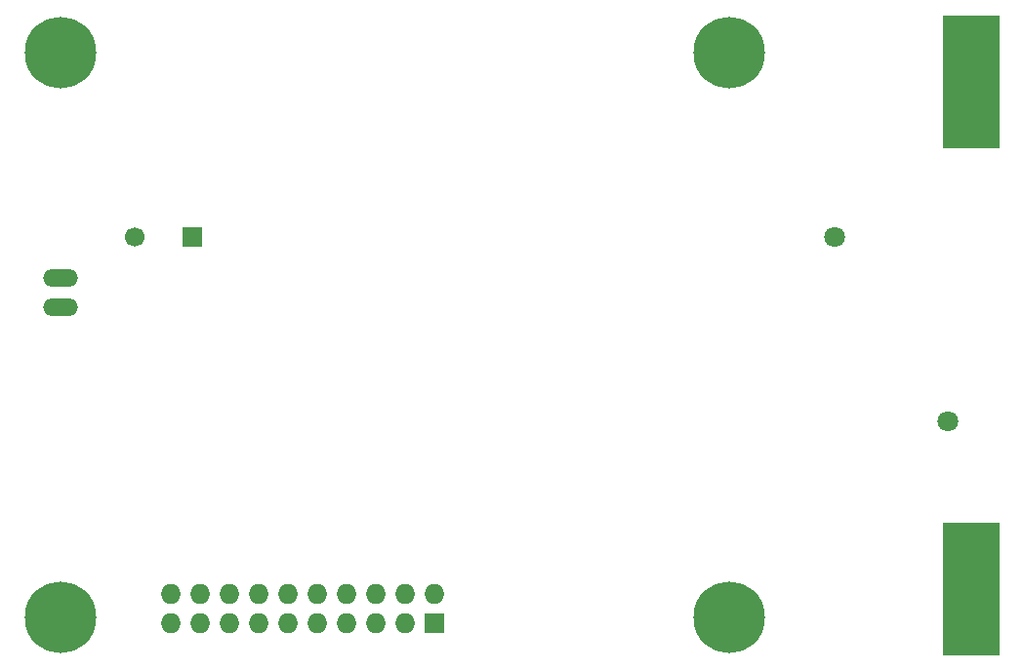
<source format=gbs>
G04 #@! TF.FileFunction,Soldermask,Bot*
%FSLAX46Y46*%
G04 Gerber Fmt 4.6, Leading zero omitted, Abs format (unit mm)*
G04 Created by KiCad (PCBNEW 4.0.0-rc1-stable) date 10/26/2015 1:25:44 PM*
%MOMM*%
G01*
G04 APERTURE LIST*
%ADD10C,0.100000*%
%ADD11C,6.200000*%
%ADD12R,1.727200X1.727200*%
%ADD13O,1.727200X1.727200*%
%ADD14O,3.014980X1.506220*%
%ADD15R,5.000000X11.500000*%
%ADD16C,1.800000*%
%ADD17C,1.700000*%
%ADD18R,1.700000X1.700000*%
G04 APERTURE END LIST*
D10*
D11*
X117000000Y-135000000D03*
X117000000Y-86000000D03*
X175000000Y-86000000D03*
X175000000Y-135000000D03*
D12*
X149500000Y-135500000D03*
D13*
X149500000Y-132960000D03*
X146960000Y-135500000D03*
X146960000Y-132960000D03*
X144420000Y-135500000D03*
X144420000Y-132960000D03*
X141880000Y-135500000D03*
X141880000Y-132960000D03*
X139340000Y-135500000D03*
X139340000Y-132960000D03*
X136800000Y-135500000D03*
X136800000Y-132960000D03*
X134260000Y-135500000D03*
X134260000Y-132960000D03*
X131720000Y-135500000D03*
X131720000Y-132960000D03*
X129180000Y-135500000D03*
X129180000Y-132960000D03*
X126640000Y-135500000D03*
X126640000Y-132960000D03*
D14*
X117000000Y-105480000D03*
X117000000Y-108020000D03*
D15*
X196000000Y-132500000D03*
X196000000Y-88500000D03*
D16*
X193970000Y-117990000D03*
X184170000Y-101940000D03*
D17*
X123500000Y-102000000D03*
D18*
X128500000Y-102000000D03*
M02*

</source>
